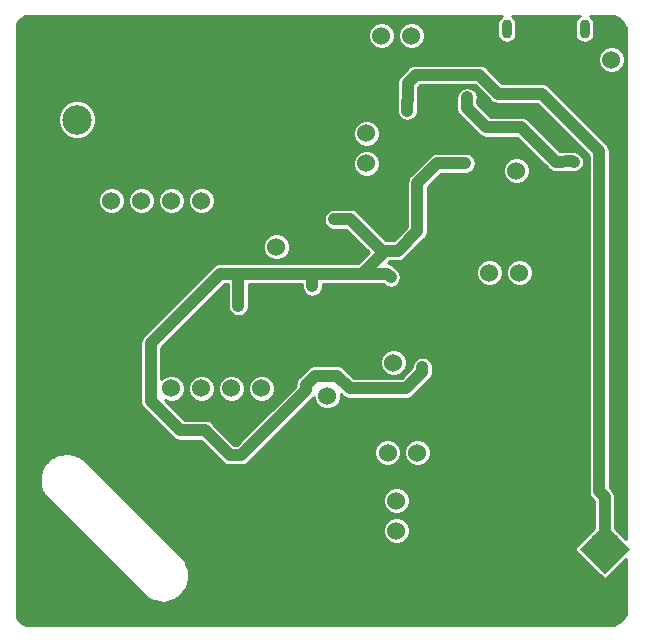
<source format=gbr>
G04 #@! TF.GenerationSoftware,KiCad,Pcbnew,(5.0.1-3-g963ef8bb5)*
G04 #@! TF.CreationDate,2019-03-08T12:42:58-05:00*
G04 #@! TF.ProjectId,badge,62616467652E6B696361645F70636200,rev?*
G04 #@! TF.SameCoordinates,Original*
G04 #@! TF.FileFunction,Copper,L2,Bot,Signal*
G04 #@! TF.FilePolarity,Positive*
%FSLAX46Y46*%
G04 Gerber Fmt 4.6, Leading zero omitted, Abs format (unit mm)*
G04 Created by KiCad (PCBNEW (5.0.1-3-g963ef8bb5)) date Friday, March 08, 2019 at 12:42:58 PM*
%MOMM*%
%LPD*%
G01*
G04 APERTURE LIST*
G04 #@! TA.AperFunction,ComponentPad*
%ADD10C,2.500000*%
G04 #@! TD*
G04 #@! TA.AperFunction,ComponentPad*
%ADD11C,3.000000*%
G04 #@! TD*
G04 #@! TA.AperFunction,Conductor*
%ADD12C,0.100000*%
G04 #@! TD*
G04 #@! TA.AperFunction,ComponentPad*
%ADD13C,1.524000*%
G04 #@! TD*
G04 #@! TA.AperFunction,ComponentPad*
%ADD14O,0.900000X1.600000*%
G04 #@! TD*
G04 #@! TA.AperFunction,ViaPad*
%ADD15C,0.609600*%
G04 #@! TD*
G04 #@! TA.AperFunction,Conductor*
%ADD16C,0.500000*%
G04 #@! TD*
G04 #@! TA.AperFunction,Conductor*
%ADD17C,1.000000*%
G04 #@! TD*
G04 #@! TA.AperFunction,Conductor*
%ADD18C,0.254000*%
G04 #@! TD*
G04 APERTURE END LIST*
D10*
G04 #@! TO.P,SP1,1*
G04 #@! TO.N,/BUZZER*
X134249233Y-76951767D03*
G04 #@! TO.P,SP1,2*
G04 #@! TO.N,GND*
X137784767Y-73416233D03*
G04 #@! TD*
D11*
G04 #@! TO.P,BH1,2*
G04 #@! TO.N,GND*
X174444882Y-117803523D03*
G04 #@! TO.P,BH1,1*
G04 #@! TO.N,Net-(BH1-Pad1)*
X178935010Y-113313395D03*
D12*
G04 #@! TD*
G04 #@! TO.N,Net-(BH1-Pad1)*
G04 #@! TO.C,BH1*
G36*
X181056330Y-113313395D02*
X178935010Y-115434715D01*
X176813690Y-113313395D01*
X178935010Y-111192075D01*
X181056330Y-113313395D01*
X181056330Y-113313395D01*
G37*
D13*
G04 #@! TO.P,SWCLK1,1*
G04 #@! TO.N,/SWCLK*
X162560000Y-69850000D03*
G04 #@! TD*
G04 #@! TO.P,SWDIO1,1*
G04 #@! TO.N,/SWDIO*
X160020000Y-69850000D03*
G04 #@! TD*
G04 #@! TO.P,3V3,1*
G04 #@! TO.N,+3V3*
X171450000Y-81280000D03*
G04 #@! TD*
G04 #@! TO.P,5V0,1*
G04 #@! TO.N,/USBVDD_5V*
X179501800Y-71882000D03*
G04 #@! TD*
G04 #@! TO.P,RST1,1*
G04 #@! TO.N,Net-(RST1-Pad1)*
X144780000Y-83820000D03*
G04 #@! TD*
G04 #@! TO.P,PA18,1*
G04 #@! TO.N,/PA18*
X171704000Y-89916000D03*
G04 #@! TD*
G04 #@! TO.P,PA17,1*
G04 #@! TO.N,/PA17*
X161036000Y-97536000D03*
G04 #@! TD*
G04 #@! TO.P,PA13,1*
G04 #@! TO.N,/PA13*
X163068000Y-105156000D03*
G04 #@! TD*
G04 #@! TO.P,PB3,1*
G04 #@! TO.N,/PB03*
X151130000Y-87731600D03*
G04 #@! TD*
G04 #@! TO.P,PA9,1*
G04 #@! TO.N,/PA09*
X161290000Y-109220000D03*
G04 #@! TD*
G04 #@! TO.P,PA8,1*
G04 #@! TO.N,/PA08*
X161290000Y-111760000D03*
G04 #@! TD*
G04 #@! TO.P,PA7,1*
G04 #@! TO.N,/PA07*
X149860000Y-99695000D03*
G04 #@! TD*
G04 #@! TO.P,PA6,1*
G04 #@! TO.N,/PA06*
X147320000Y-99695000D03*
G04 #@! TD*
G04 #@! TO.P,PA4,1*
G04 #@! TO.N,/PA04*
X144780000Y-99695000D03*
G04 #@! TD*
G04 #@! TO.P,PA3,1*
G04 #@! TO.N,/PA03*
X137160000Y-83820000D03*
G04 #@! TD*
G04 #@! TO.P,PA1,1*
G04 #@! TO.N,/PA01*
X139700000Y-83820000D03*
G04 #@! TD*
G04 #@! TO.P,PA0,1*
G04 #@! TO.N,/PA00*
X142240000Y-83820000D03*
G04 #@! TD*
G04 #@! TO.P,GND1,1*
G04 #@! TO.N,GND*
X147320000Y-83820000D03*
G04 #@! TD*
G04 #@! TO.P,PB9,1*
G04 #@! TO.N,/PB09*
X142240000Y-99695000D03*
G04 #@! TD*
G04 #@! TO.P,PB11,1*
G04 #@! TO.N,/PB11*
X155425000Y-100350000D03*
G04 #@! TD*
G04 #@! TO.P,PA12,1*
G04 #@! TO.N,/PA12*
X160553400Y-105156000D03*
G04 #@! TD*
G04 #@! TO.P,PA19,1*
G04 #@! TO.N,/PA19*
X169164000Y-89916000D03*
G04 #@! TD*
D14*
G04 #@! TO.P,J1,S5*
G04 #@! TO.N,Net-(J1-PadS5)*
X177220000Y-69264000D03*
G04 #@! TO.P,J1,S6*
G04 #@! TO.N,Net-(J1-PadS6)*
X170620000Y-69264000D03*
G04 #@! TD*
D13*
G04 #@! TO.P,TP7,1*
G04 #@! TO.N,Net-(TP7-Pad1)*
X158750000Y-78105000D03*
G04 #@! TD*
G04 #@! TO.P,TP8,1*
G04 #@! TO.N,Net-(TP8-Pad1)*
X158750000Y-80645000D03*
G04 #@! TD*
D15*
G04 #@! TO.N,GND*
X160706225Y-91481413D03*
X155425000Y-91500000D03*
X167132000Y-101269800D03*
X167157400Y-103378000D03*
X157073600Y-101396800D03*
X154686000Y-96901000D03*
X147472400Y-96189800D03*
X168910000Y-70040500D03*
X146939000Y-103251000D03*
X163499800Y-92989400D03*
X150774400Y-85394800D03*
X170230800Y-87477600D03*
X167436800Y-99339400D03*
X178689008Y-73533000D03*
X170713400Y-73202800D03*
X177927000Y-77470000D03*
X160933072Y-87054903D03*
X158185199Y-87813801D03*
X176860200Y-73126604D03*
X149047200Y-93050390D03*
G04 #@! TO.N,+3V3*
X154178000Y-91059000D03*
X151003000Y-102489000D03*
X164744400Y-80645000D03*
X163068000Y-84429600D03*
X146380200Y-89992200D03*
X145097500Y-103251000D03*
X160800000Y-90300000D03*
X147900000Y-92725000D03*
X163499800Y-97917000D03*
X165684200Y-80645000D03*
X166547800Y-80645000D03*
X156025345Y-85394800D03*
X153637417Y-99854583D03*
G04 #@! TO.N,Net-(SW1-Pad1)*
X167284400Y-75082400D03*
X167259000Y-75946000D03*
X175260000Y-80518000D03*
X176022000Y-80518000D03*
G04 #@! TO.N,Net-(BH1-Pad1)*
X162225000Y-75350000D03*
X162225000Y-76200000D03*
G04 #@! TD*
D16*
G04 #@! TO.N,GND*
X177164999Y-73431403D02*
X176860200Y-73126604D01*
X177901596Y-74168000D02*
X177164999Y-73431403D01*
X178816008Y-74168000D02*
X177901596Y-74168000D01*
D17*
G04 #@! TO.N,+3V3*
X163068000Y-82321400D02*
X164744400Y-80645000D01*
X163068000Y-84429600D02*
X163068000Y-82321400D01*
X154175000Y-90624948D02*
X154175000Y-89992200D01*
X154178000Y-90627948D02*
X154175000Y-90624948D01*
X154178000Y-91059000D02*
X154178000Y-90627948D01*
X158407800Y-89992200D02*
X154175000Y-89992200D01*
X158410801Y-89995201D02*
X158407800Y-89992200D01*
X160495201Y-89995201D02*
X158410801Y-89995201D01*
X160800000Y-90300000D02*
X160495201Y-89995201D01*
X147900000Y-92725000D02*
X147900000Y-90017200D01*
X147900000Y-90017200D02*
X147875000Y-89992200D01*
X147875000Y-89992200D02*
X146380200Y-89992200D01*
X154175000Y-89992200D02*
X147875000Y-89992200D01*
X151003000Y-102489000D02*
X148142000Y-105350000D01*
X147196500Y-105350000D02*
X145097500Y-103251000D01*
X148142000Y-105350000D02*
X147196500Y-105350000D01*
X160096200Y-88303800D02*
X158407800Y-89992200D01*
X164744400Y-80645000D02*
X165684200Y-80645000D01*
X166547800Y-80645000D02*
X167106600Y-80645000D01*
X165684200Y-80645000D02*
X166547800Y-80645000D01*
X161415377Y-88059704D02*
X160340296Y-88059704D01*
X163068000Y-84429600D02*
X163068000Y-86407081D01*
X160340296Y-88059704D02*
X160096200Y-88303800D01*
X163068000Y-86407081D02*
X161415377Y-88059704D01*
X151003000Y-102489000D02*
X151307799Y-102184201D01*
X151307799Y-102184201D02*
X153637417Y-99854583D01*
X163499800Y-98298000D02*
X163499800Y-97917000D01*
X162102800Y-99695000D02*
X163499800Y-98298000D01*
X154432748Y-98628200D02*
X156260800Y-98628200D01*
X157327600Y-99695000D02*
X162102800Y-99695000D01*
X153637417Y-99423531D02*
X154432748Y-98628200D01*
X156260800Y-98628200D02*
X157327600Y-99695000D01*
X153637417Y-99854583D02*
X153637417Y-99423531D01*
X140487400Y-100761800D02*
X140487400Y-95885000D01*
X143000600Y-103275000D02*
X140487400Y-100761800D01*
X145073500Y-103275000D02*
X143000600Y-103275000D01*
X140487400Y-95885000D02*
X146380200Y-89992200D01*
X145097500Y-103251000D02*
X145073500Y-103275000D01*
X157403800Y-85394800D02*
X156456397Y-85394800D01*
X156456397Y-85394800D02*
X156025345Y-85394800D01*
X160096200Y-88087200D02*
X157403800Y-85394800D01*
X160096200Y-88303800D02*
X160096200Y-88087200D01*
G04 #@! TO.N,Net-(SW1-Pad1)*
X174777400Y-80518000D02*
X171881800Y-77622400D01*
X171450748Y-77622400D02*
X171425348Y-77597000D01*
X171881800Y-77622400D02*
X171450748Y-77622400D01*
X171425348Y-77597000D02*
X168910000Y-77597000D01*
X168910000Y-77597000D02*
X167259000Y-75946000D01*
X167259000Y-75107800D02*
X167284400Y-75082400D01*
X167259000Y-75946000D02*
X167259000Y-75107800D01*
X176154910Y-80492095D02*
X174777400Y-80518000D01*
X176301400Y-80518000D02*
X176154910Y-80492095D01*
G04 #@! TO.N,Net-(BH1-Pad1)*
X162225000Y-76200000D02*
X162225000Y-75350000D01*
X162250000Y-75325000D02*
X162225000Y-75350000D01*
X162250000Y-73875000D02*
X162250000Y-75325000D01*
X168300000Y-73175000D02*
X162950000Y-73175000D01*
X169877200Y-74752200D02*
X168300000Y-73175000D01*
X178460400Y-79635400D02*
X173577200Y-74752200D01*
X173577200Y-74752200D02*
X169877200Y-74752200D01*
X178460400Y-108439950D02*
X178460400Y-79635400D01*
X162950000Y-73175000D02*
X162250000Y-73875000D01*
X178935010Y-108914560D02*
X178935010Y-113313395D01*
X178460400Y-108439950D02*
X178935010Y-108914560D01*
G04 #@! TD*
D18*
G04 #@! TO.N,GND*
G36*
X170020884Y-68314883D02*
X169837216Y-68589760D01*
X169789000Y-68832154D01*
X169789000Y-69695845D01*
X169837215Y-69938239D01*
X170020883Y-70213117D01*
X170295760Y-70396785D01*
X170620000Y-70461280D01*
X170944239Y-70396785D01*
X171219117Y-70213117D01*
X171402785Y-69938240D01*
X171451000Y-69695846D01*
X171451000Y-68832154D01*
X171402785Y-68589760D01*
X171219117Y-68314883D01*
X171045687Y-68199000D01*
X176794314Y-68199000D01*
X176620884Y-68314883D01*
X176437216Y-68589760D01*
X176389000Y-68832154D01*
X176389000Y-69695845D01*
X176437215Y-69938239D01*
X176620883Y-70213117D01*
X176895760Y-70396785D01*
X177220000Y-70461280D01*
X177544239Y-70396785D01*
X177819117Y-70213117D01*
X178002785Y-69938240D01*
X178051000Y-69695846D01*
X178051000Y-68832154D01*
X178002785Y-68589760D01*
X177819117Y-68314883D01*
X177645687Y-68199000D01*
X179731860Y-68199000D01*
X180011862Y-68367242D01*
X180454144Y-68785489D01*
X180721000Y-69178155D01*
X180721000Y-112428693D01*
X179816010Y-111523703D01*
X179816010Y-109001327D01*
X179833269Y-108914560D01*
X179764893Y-108570811D01*
X179735430Y-108526717D01*
X179570175Y-108279395D01*
X179496615Y-108230244D01*
X179341400Y-108075029D01*
X179341400Y-79722167D01*
X179358659Y-79635400D01*
X179290283Y-79291651D01*
X179144714Y-79073792D01*
X179095565Y-79000235D01*
X179022007Y-78951085D01*
X174261517Y-74190596D01*
X174212365Y-74117035D01*
X173920949Y-73922317D01*
X173663967Y-73871200D01*
X173663963Y-73871200D01*
X173577200Y-73853942D01*
X173490437Y-73871200D01*
X170242122Y-73871200D01*
X168984317Y-72613395D01*
X168935165Y-72539835D01*
X168643749Y-72345117D01*
X168386767Y-72294000D01*
X168386763Y-72294000D01*
X168300000Y-72276742D01*
X168213237Y-72294000D01*
X163036761Y-72294000D01*
X162949999Y-72276742D01*
X162863238Y-72294000D01*
X162863233Y-72294000D01*
X162606251Y-72345117D01*
X162314835Y-72539835D01*
X162265685Y-72613393D01*
X161688395Y-73190684D01*
X161614835Y-73239835D01*
X161420117Y-73531252D01*
X161369000Y-73788234D01*
X161369000Y-73788237D01*
X161351742Y-73875000D01*
X161369000Y-73961763D01*
X161369001Y-75137548D01*
X161344000Y-75263233D01*
X161344000Y-75263237D01*
X161326742Y-75350000D01*
X161344000Y-75436763D01*
X161344000Y-76286766D01*
X161395117Y-76543748D01*
X161589835Y-76835165D01*
X161881251Y-77029883D01*
X162225000Y-77098259D01*
X162568748Y-77029883D01*
X162860165Y-76835165D01*
X163054883Y-76543749D01*
X163106000Y-76286767D01*
X163106000Y-75537450D01*
X163131000Y-75411767D01*
X163131000Y-75411762D01*
X163148258Y-75325001D01*
X163131000Y-75238239D01*
X163131000Y-75107800D01*
X166360742Y-75107800D01*
X166378000Y-75194563D01*
X166378000Y-75859237D01*
X166360742Y-75946000D01*
X166378000Y-76032763D01*
X166378000Y-76032766D01*
X166429117Y-76289748D01*
X166623835Y-76581165D01*
X166697395Y-76630317D01*
X168225685Y-78158607D01*
X168274835Y-78232165D01*
X168424783Y-78332357D01*
X168566251Y-78426883D01*
X168910000Y-78495259D01*
X168996767Y-78478000D01*
X171236287Y-78478000D01*
X171363981Y-78503400D01*
X171363985Y-78503400D01*
X171450747Y-78520658D01*
X171520302Y-78506823D01*
X174098995Y-81085517D01*
X174154290Y-81164995D01*
X174294812Y-81255114D01*
X174433651Y-81347883D01*
X174442083Y-81349560D01*
X174449316Y-81354199D01*
X174613612Y-81383679D01*
X174777400Y-81416259D01*
X174872365Y-81397369D01*
X176085835Y-81374549D01*
X176233427Y-81400649D01*
X176495384Y-81395062D01*
X176816255Y-81254065D01*
X177058744Y-81001009D01*
X177185935Y-80674419D01*
X177178462Y-80324016D01*
X177037466Y-80003145D01*
X176784409Y-79760656D01*
X176540255Y-79665570D01*
X176309213Y-79624713D01*
X176225097Y-79609620D01*
X176223979Y-79609641D01*
X176222882Y-79609447D01*
X176137648Y-79611265D01*
X175135434Y-79630112D01*
X172566117Y-77060796D01*
X172516965Y-76987235D01*
X172225549Y-76792517D01*
X171968567Y-76741400D01*
X171968563Y-76741400D01*
X171881800Y-76724142D01*
X171795037Y-76741400D01*
X171639809Y-76741400D01*
X171512115Y-76716000D01*
X171512111Y-76716000D01*
X171425348Y-76698742D01*
X171338585Y-76716000D01*
X169274922Y-76716000D01*
X168140000Y-75581079D01*
X168140000Y-75296859D01*
X168182658Y-75082401D01*
X168114283Y-74738652D01*
X167919565Y-74447235D01*
X167628148Y-74252517D01*
X167284399Y-74184142D01*
X166940652Y-74252517D01*
X166722793Y-74398086D01*
X166697394Y-74423485D01*
X166623836Y-74472635D01*
X166574686Y-74546193D01*
X166429117Y-74764052D01*
X166404248Y-74889076D01*
X166378000Y-75021033D01*
X166378000Y-75021037D01*
X166360742Y-75107800D01*
X163131000Y-75107800D01*
X163131000Y-74239921D01*
X163314922Y-74056000D01*
X167935079Y-74056000D01*
X169192885Y-75313807D01*
X169242035Y-75387365D01*
X169315592Y-75436514D01*
X169533451Y-75582083D01*
X169877200Y-75650459D01*
X169963967Y-75633200D01*
X173212279Y-75633200D01*
X177579401Y-80000323D01*
X177579400Y-108353187D01*
X177562142Y-108439950D01*
X177579400Y-108526713D01*
X177579400Y-108526716D01*
X177630517Y-108783698D01*
X177825235Y-109075115D01*
X177898796Y-109124267D01*
X178054010Y-109279481D01*
X178054011Y-111523702D01*
X176539004Y-113038709D01*
X176454796Y-113164736D01*
X176425226Y-113313395D01*
X176454796Y-113462054D01*
X176539004Y-113588081D01*
X178660324Y-115709401D01*
X178786351Y-115793609D01*
X178935010Y-115823179D01*
X179083669Y-115793609D01*
X179209696Y-115709401D01*
X180721000Y-114198097D01*
X180721000Y-118771858D01*
X180552755Y-119051865D01*
X180134514Y-119494143D01*
X179741846Y-119761000D01*
X129894142Y-119761000D01*
X129614135Y-119592755D01*
X129171857Y-119174514D01*
X129159000Y-119155595D01*
X129159000Y-107263795D01*
X131084168Y-107263795D01*
X131105134Y-107797430D01*
X131111520Y-107830904D01*
X131112590Y-107864963D01*
X131131934Y-107937920D01*
X131308884Y-108441799D01*
X131324829Y-108471914D01*
X131335867Y-108504153D01*
X131375808Y-108568197D01*
X131686354Y-108988643D01*
X131706384Y-109018620D01*
X139901379Y-117213616D01*
X139917193Y-117224183D01*
X140109923Y-117388790D01*
X140124439Y-117397843D01*
X140136536Y-117409940D01*
X140200580Y-117449881D01*
X140674500Y-117696062D01*
X140706738Y-117707099D01*
X140736854Y-117723045D01*
X140809811Y-117742389D01*
X141335168Y-117838337D01*
X141369228Y-117839408D01*
X141402702Y-117845793D01*
X141478121Y-117842830D01*
X142008465Y-117780059D01*
X142041332Y-117771067D01*
X142075204Y-117767328D01*
X142146418Y-117742319D01*
X142634861Y-117526381D01*
X142663633Y-117508122D01*
X142694907Y-117494588D01*
X142755620Y-117449745D01*
X143158975Y-117099731D01*
X143181106Y-117073819D01*
X143207018Y-117051688D01*
X143251861Y-116990976D01*
X143534466Y-116537832D01*
X143547999Y-116506558D01*
X143566259Y-116477786D01*
X143591268Y-116406572D01*
X143728138Y-115890363D01*
X143731877Y-115856492D01*
X143740869Y-115823624D01*
X143743832Y-115748205D01*
X143722866Y-115214571D01*
X143716481Y-115181097D01*
X143715410Y-115147037D01*
X143696066Y-115074080D01*
X143519116Y-114570201D01*
X143503172Y-114540088D01*
X143492133Y-114507846D01*
X143452192Y-114443803D01*
X143141653Y-114023366D01*
X143121616Y-113993379D01*
X140660880Y-111532643D01*
X160147000Y-111532643D01*
X160147000Y-111987357D01*
X160321011Y-112407458D01*
X160642542Y-112728989D01*
X161062643Y-112903000D01*
X161517357Y-112903000D01*
X161937458Y-112728989D01*
X162258989Y-112407458D01*
X162433000Y-111987357D01*
X162433000Y-111532643D01*
X162258989Y-111112542D01*
X161937458Y-110791011D01*
X161517357Y-110617000D01*
X161062643Y-110617000D01*
X160642542Y-110791011D01*
X160321011Y-111112542D01*
X160147000Y-111532643D01*
X140660880Y-111532643D01*
X138120880Y-108992643D01*
X160147000Y-108992643D01*
X160147000Y-109447357D01*
X160321011Y-109867458D01*
X160642542Y-110188989D01*
X161062643Y-110363000D01*
X161517357Y-110363000D01*
X161937458Y-110188989D01*
X162258989Y-109867458D01*
X162433000Y-109447357D01*
X162433000Y-108992643D01*
X162258989Y-108572542D01*
X161937458Y-108251011D01*
X161517357Y-108077000D01*
X161062643Y-108077000D01*
X160642542Y-108251011D01*
X160321011Y-108572542D01*
X160147000Y-108992643D01*
X138120880Y-108992643D01*
X134926620Y-105798384D01*
X134910810Y-105787820D01*
X134718077Y-105623210D01*
X134703561Y-105614157D01*
X134691464Y-105602060D01*
X134627420Y-105562119D01*
X134153500Y-105315938D01*
X134121262Y-105304901D01*
X134091146Y-105288955D01*
X134018190Y-105269611D01*
X133492832Y-105173663D01*
X133458773Y-105172593D01*
X133425299Y-105166207D01*
X133349879Y-105169170D01*
X132819535Y-105231941D01*
X132786668Y-105240933D01*
X132752797Y-105244672D01*
X132681582Y-105269681D01*
X132193139Y-105485619D01*
X132164366Y-105503879D01*
X132133093Y-105517412D01*
X132072380Y-105562255D01*
X131669025Y-105912269D01*
X131646894Y-105938181D01*
X131620982Y-105960312D01*
X131576139Y-106021024D01*
X131293533Y-106474168D01*
X131279999Y-106505445D01*
X131261741Y-106534214D01*
X131236732Y-106605428D01*
X131099862Y-107121637D01*
X131096123Y-107155508D01*
X131087131Y-107188376D01*
X131084168Y-107263795D01*
X129159000Y-107263795D01*
X129159000Y-95885000D01*
X139589142Y-95885000D01*
X139606401Y-95971768D01*
X139606400Y-100675037D01*
X139589142Y-100761800D01*
X139606400Y-100848563D01*
X139606400Y-100848566D01*
X139657517Y-101105548D01*
X139852235Y-101396965D01*
X139925796Y-101446117D01*
X142316285Y-103836607D01*
X142365435Y-103910165D01*
X142656851Y-104104883D01*
X143000600Y-104173259D01*
X143087367Y-104156000D01*
X144756579Y-104156000D01*
X146512185Y-105911607D01*
X146561335Y-105985165D01*
X146852751Y-106179883D01*
X147109733Y-106231000D01*
X147109738Y-106231000D01*
X147196499Y-106248258D01*
X147283261Y-106231000D01*
X148055237Y-106231000D01*
X148142000Y-106248258D01*
X148228763Y-106231000D01*
X148228767Y-106231000D01*
X148485749Y-106179883D01*
X148777165Y-105985165D01*
X148826317Y-105911604D01*
X149809278Y-104928643D01*
X159410400Y-104928643D01*
X159410400Y-105383357D01*
X159584411Y-105803458D01*
X159905942Y-106124989D01*
X160326043Y-106299000D01*
X160780757Y-106299000D01*
X161200858Y-106124989D01*
X161522389Y-105803458D01*
X161696400Y-105383357D01*
X161696400Y-104928643D01*
X161925000Y-104928643D01*
X161925000Y-105383357D01*
X162099011Y-105803458D01*
X162420542Y-106124989D01*
X162840643Y-106299000D01*
X163295357Y-106299000D01*
X163715458Y-106124989D01*
X164036989Y-105803458D01*
X164211000Y-105383357D01*
X164211000Y-104928643D01*
X164036989Y-104508542D01*
X163715458Y-104187011D01*
X163295357Y-104013000D01*
X162840643Y-104013000D01*
X162420542Y-104187011D01*
X162099011Y-104508542D01*
X161925000Y-104928643D01*
X161696400Y-104928643D01*
X161522389Y-104508542D01*
X161200858Y-104187011D01*
X160780757Y-104013000D01*
X160326043Y-104013000D01*
X159905942Y-104187011D01*
X159584411Y-104508542D01*
X159410400Y-104928643D01*
X149809278Y-104928643D01*
X151687314Y-103050608D01*
X151687316Y-103050605D01*
X151992113Y-102745808D01*
X154199025Y-100538897D01*
X154272582Y-100489748D01*
X154282000Y-100475653D01*
X154282000Y-100577357D01*
X154456011Y-100997458D01*
X154777542Y-101318989D01*
X155197643Y-101493000D01*
X155652357Y-101493000D01*
X156072458Y-101318989D01*
X156393989Y-100997458D01*
X156568000Y-100577357D01*
X156568000Y-100181322D01*
X156643285Y-100256607D01*
X156692435Y-100330165D01*
X156983851Y-100524883D01*
X157240833Y-100576000D01*
X157240836Y-100576000D01*
X157327599Y-100593258D01*
X157414362Y-100576000D01*
X162016037Y-100576000D01*
X162102800Y-100593258D01*
X162189563Y-100576000D01*
X162189567Y-100576000D01*
X162446549Y-100524883D01*
X162737965Y-100330165D01*
X162787117Y-100256605D01*
X164061408Y-98982314D01*
X164134965Y-98933165D01*
X164329683Y-98641749D01*
X164380800Y-98384767D01*
X164380800Y-98384762D01*
X164398058Y-98298001D01*
X164380800Y-98211239D01*
X164380800Y-97830234D01*
X164329683Y-97573251D01*
X164134965Y-97281835D01*
X163843549Y-97087117D01*
X163499800Y-97018741D01*
X163156052Y-97087117D01*
X162864636Y-97281835D01*
X162669917Y-97573251D01*
X162618800Y-97830233D01*
X162618800Y-97933078D01*
X161737879Y-98814000D01*
X157692522Y-98814000D01*
X156945116Y-98066595D01*
X156895965Y-97993035D01*
X156604549Y-97798317D01*
X156347567Y-97747200D01*
X156347563Y-97747200D01*
X156260800Y-97729942D01*
X156174037Y-97747200D01*
X154519515Y-97747200D01*
X154432748Y-97729941D01*
X154345981Y-97747200D01*
X154088999Y-97798317D01*
X153797583Y-97993035D01*
X153748433Y-98066593D01*
X153075810Y-98739217D01*
X153002253Y-98788366D01*
X152807534Y-99079782D01*
X152756417Y-99336764D01*
X152756417Y-99336768D01*
X152739159Y-99423531D01*
X152752994Y-99493084D01*
X150746192Y-101499887D01*
X150441395Y-101804684D01*
X150441392Y-101804686D01*
X147777079Y-104469000D01*
X147561422Y-104469000D01*
X145781812Y-102689391D01*
X145732664Y-102615836D01*
X145659109Y-102566688D01*
X145659107Y-102566686D01*
X145441248Y-102421117D01*
X145097500Y-102352742D01*
X145097499Y-102352742D01*
X144890079Y-102394000D01*
X143365522Y-102394000D01*
X141665893Y-100694372D01*
X142012643Y-100838000D01*
X142467357Y-100838000D01*
X142887458Y-100663989D01*
X143208989Y-100342458D01*
X143383000Y-99922357D01*
X143383000Y-99467643D01*
X143637000Y-99467643D01*
X143637000Y-99922357D01*
X143811011Y-100342458D01*
X144132542Y-100663989D01*
X144552643Y-100838000D01*
X145007357Y-100838000D01*
X145427458Y-100663989D01*
X145748989Y-100342458D01*
X145923000Y-99922357D01*
X145923000Y-99467643D01*
X146177000Y-99467643D01*
X146177000Y-99922357D01*
X146351011Y-100342458D01*
X146672542Y-100663989D01*
X147092643Y-100838000D01*
X147547357Y-100838000D01*
X147967458Y-100663989D01*
X148288989Y-100342458D01*
X148463000Y-99922357D01*
X148463000Y-99467643D01*
X148717000Y-99467643D01*
X148717000Y-99922357D01*
X148891011Y-100342458D01*
X149212542Y-100663989D01*
X149632643Y-100838000D01*
X150087357Y-100838000D01*
X150507458Y-100663989D01*
X150828989Y-100342458D01*
X151003000Y-99922357D01*
X151003000Y-99467643D01*
X150828989Y-99047542D01*
X150507458Y-98726011D01*
X150087357Y-98552000D01*
X149632643Y-98552000D01*
X149212542Y-98726011D01*
X148891011Y-99047542D01*
X148717000Y-99467643D01*
X148463000Y-99467643D01*
X148288989Y-99047542D01*
X147967458Y-98726011D01*
X147547357Y-98552000D01*
X147092643Y-98552000D01*
X146672542Y-98726011D01*
X146351011Y-99047542D01*
X146177000Y-99467643D01*
X145923000Y-99467643D01*
X145748989Y-99047542D01*
X145427458Y-98726011D01*
X145007357Y-98552000D01*
X144552643Y-98552000D01*
X144132542Y-98726011D01*
X143811011Y-99047542D01*
X143637000Y-99467643D01*
X143383000Y-99467643D01*
X143208989Y-99047542D01*
X142887458Y-98726011D01*
X142467357Y-98552000D01*
X142012643Y-98552000D01*
X141592542Y-98726011D01*
X141368400Y-98950153D01*
X141368400Y-97308643D01*
X159893000Y-97308643D01*
X159893000Y-97763357D01*
X160067011Y-98183458D01*
X160388542Y-98504989D01*
X160808643Y-98679000D01*
X161263357Y-98679000D01*
X161683458Y-98504989D01*
X162004989Y-98183458D01*
X162179000Y-97763357D01*
X162179000Y-97308643D01*
X162004989Y-96888542D01*
X161683458Y-96567011D01*
X161263357Y-96393000D01*
X160808643Y-96393000D01*
X160388542Y-96567011D01*
X160067011Y-96888542D01*
X159893000Y-97308643D01*
X141368400Y-97308643D01*
X141368400Y-96249921D01*
X146745122Y-90873200D01*
X147019001Y-90873200D01*
X147019000Y-92811766D01*
X147070117Y-93068748D01*
X147264835Y-93360165D01*
X147556251Y-93554883D01*
X147900000Y-93623259D01*
X148243748Y-93554883D01*
X148535165Y-93360165D01*
X148729883Y-93068749D01*
X148781000Y-92811767D01*
X148781000Y-90873200D01*
X153297000Y-90873200D01*
X153297000Y-91145766D01*
X153348117Y-91402748D01*
X153542835Y-91694165D01*
X153834251Y-91888883D01*
X154178000Y-91957259D01*
X154521748Y-91888883D01*
X154813165Y-91694165D01*
X155007883Y-91402749D01*
X155059000Y-91145767D01*
X155059000Y-90873200D01*
X158308947Y-90873200D01*
X158324034Y-90876201D01*
X158324038Y-90876201D01*
X158410800Y-90893459D01*
X158497563Y-90876201D01*
X160130280Y-90876201D01*
X160238393Y-90984314D01*
X160456252Y-91129883D01*
X160800000Y-91198259D01*
X161143748Y-91129883D01*
X161435165Y-90935165D01*
X161629883Y-90643748D01*
X161698259Y-90300000D01*
X161629883Y-89956252D01*
X161484314Y-89738393D01*
X161434564Y-89688643D01*
X168021000Y-89688643D01*
X168021000Y-90143357D01*
X168195011Y-90563458D01*
X168516542Y-90884989D01*
X168936643Y-91059000D01*
X169391357Y-91059000D01*
X169811458Y-90884989D01*
X170132989Y-90563458D01*
X170307000Y-90143357D01*
X170307000Y-89688643D01*
X170561000Y-89688643D01*
X170561000Y-90143357D01*
X170735011Y-90563458D01*
X171056542Y-90884989D01*
X171476643Y-91059000D01*
X171931357Y-91059000D01*
X172351458Y-90884989D01*
X172672989Y-90563458D01*
X172847000Y-90143357D01*
X172847000Y-89688643D01*
X172672989Y-89268542D01*
X172351458Y-88947011D01*
X171931357Y-88773000D01*
X171476643Y-88773000D01*
X171056542Y-88947011D01*
X170735011Y-89268542D01*
X170561000Y-89688643D01*
X170307000Y-89688643D01*
X170132989Y-89268542D01*
X169811458Y-88947011D01*
X169391357Y-88773000D01*
X168936643Y-88773000D01*
X168516542Y-88947011D01*
X168195011Y-89268542D01*
X168021000Y-89688643D01*
X161434564Y-89688643D01*
X161179518Y-89433597D01*
X161130366Y-89360036D01*
X160838950Y-89165318D01*
X160581968Y-89114201D01*
X160581964Y-89114201D01*
X160540057Y-89105865D01*
X160657808Y-88988114D01*
X160728762Y-88940704D01*
X161328614Y-88940704D01*
X161415377Y-88957962D01*
X161502140Y-88940704D01*
X161502144Y-88940704D01*
X161759126Y-88889587D01*
X162050542Y-88694869D01*
X162099694Y-88621309D01*
X163629607Y-87091396D01*
X163703165Y-87042246D01*
X163897883Y-86750830D01*
X163949000Y-86493848D01*
X163966259Y-86407081D01*
X163949000Y-86320314D01*
X163949000Y-82686321D01*
X165109322Y-81526000D01*
X167193367Y-81526000D01*
X167450349Y-81474883D01*
X167741765Y-81280165D01*
X167893790Y-81052643D01*
X170307000Y-81052643D01*
X170307000Y-81507357D01*
X170481011Y-81927458D01*
X170802542Y-82248989D01*
X171222643Y-82423000D01*
X171677357Y-82423000D01*
X172097458Y-82248989D01*
X172418989Y-81927458D01*
X172593000Y-81507357D01*
X172593000Y-81052643D01*
X172418989Y-80632542D01*
X172097458Y-80311011D01*
X171677357Y-80137000D01*
X171222643Y-80137000D01*
X170802542Y-80311011D01*
X170481011Y-80632542D01*
X170307000Y-81052643D01*
X167893790Y-81052643D01*
X167936483Y-80988749D01*
X168004859Y-80645000D01*
X167936483Y-80301251D01*
X167741765Y-80009835D01*
X167450349Y-79815117D01*
X167193367Y-79764000D01*
X164831167Y-79764000D01*
X164744400Y-79746741D01*
X164657633Y-79764000D01*
X164400651Y-79815117D01*
X164109235Y-80009835D01*
X164060085Y-80083393D01*
X162506393Y-81637085D01*
X162432836Y-81686235D01*
X162383686Y-81759793D01*
X162238117Y-81977652D01*
X162169742Y-82321400D01*
X162187001Y-82408167D01*
X162187000Y-84342833D01*
X162187000Y-84342834D01*
X162187001Y-86042158D01*
X161050456Y-87178704D01*
X160433626Y-87178704D01*
X158088117Y-84833196D01*
X158038965Y-84759635D01*
X157747549Y-84564917D01*
X157490567Y-84513800D01*
X157490563Y-84513800D01*
X157403800Y-84496542D01*
X157317037Y-84513800D01*
X155938578Y-84513800D01*
X155681596Y-84564917D01*
X155390180Y-84759635D01*
X155195462Y-85051051D01*
X155127086Y-85394800D01*
X155195462Y-85738549D01*
X155390180Y-86029965D01*
X155681596Y-86224683D01*
X155938578Y-86275800D01*
X157038879Y-86275800D01*
X158958578Y-88195500D01*
X158042879Y-89111200D01*
X154261767Y-89111200D01*
X154175000Y-89093941D01*
X154088233Y-89111200D01*
X147961763Y-89111200D01*
X147875000Y-89093942D01*
X147788237Y-89111200D01*
X146466967Y-89111200D01*
X146380200Y-89093941D01*
X146293433Y-89111200D01*
X146036451Y-89162317D01*
X145745035Y-89357035D01*
X145695885Y-89430593D01*
X139925794Y-95200685D01*
X139852236Y-95249835D01*
X139803086Y-95323393D01*
X139657517Y-95541252D01*
X139589142Y-95885000D01*
X129159000Y-95885000D01*
X129159000Y-87504243D01*
X149987000Y-87504243D01*
X149987000Y-87958957D01*
X150161011Y-88379058D01*
X150482542Y-88700589D01*
X150902643Y-88874600D01*
X151357357Y-88874600D01*
X151777458Y-88700589D01*
X152098989Y-88379058D01*
X152273000Y-87958957D01*
X152273000Y-87504243D01*
X152098989Y-87084142D01*
X151777458Y-86762611D01*
X151357357Y-86588600D01*
X150902643Y-86588600D01*
X150482542Y-86762611D01*
X150161011Y-87084142D01*
X149987000Y-87504243D01*
X129159000Y-87504243D01*
X129159000Y-83592643D01*
X136017000Y-83592643D01*
X136017000Y-84047357D01*
X136191011Y-84467458D01*
X136512542Y-84788989D01*
X136932643Y-84963000D01*
X137387357Y-84963000D01*
X137807458Y-84788989D01*
X138128989Y-84467458D01*
X138303000Y-84047357D01*
X138303000Y-83592643D01*
X138557000Y-83592643D01*
X138557000Y-84047357D01*
X138731011Y-84467458D01*
X139052542Y-84788989D01*
X139472643Y-84963000D01*
X139927357Y-84963000D01*
X140347458Y-84788989D01*
X140668989Y-84467458D01*
X140843000Y-84047357D01*
X140843000Y-83592643D01*
X141097000Y-83592643D01*
X141097000Y-84047357D01*
X141271011Y-84467458D01*
X141592542Y-84788989D01*
X142012643Y-84963000D01*
X142467357Y-84963000D01*
X142887458Y-84788989D01*
X143208989Y-84467458D01*
X143383000Y-84047357D01*
X143383000Y-83592643D01*
X143637000Y-83592643D01*
X143637000Y-84047357D01*
X143811011Y-84467458D01*
X144132542Y-84788989D01*
X144552643Y-84963000D01*
X145007357Y-84963000D01*
X145427458Y-84788989D01*
X145748989Y-84467458D01*
X145923000Y-84047357D01*
X145923000Y-83592643D01*
X145748989Y-83172542D01*
X145427458Y-82851011D01*
X145007357Y-82677000D01*
X144552643Y-82677000D01*
X144132542Y-82851011D01*
X143811011Y-83172542D01*
X143637000Y-83592643D01*
X143383000Y-83592643D01*
X143208989Y-83172542D01*
X142887458Y-82851011D01*
X142467357Y-82677000D01*
X142012643Y-82677000D01*
X141592542Y-82851011D01*
X141271011Y-83172542D01*
X141097000Y-83592643D01*
X140843000Y-83592643D01*
X140668989Y-83172542D01*
X140347458Y-82851011D01*
X139927357Y-82677000D01*
X139472643Y-82677000D01*
X139052542Y-82851011D01*
X138731011Y-83172542D01*
X138557000Y-83592643D01*
X138303000Y-83592643D01*
X138128989Y-83172542D01*
X137807458Y-82851011D01*
X137387357Y-82677000D01*
X136932643Y-82677000D01*
X136512542Y-82851011D01*
X136191011Y-83172542D01*
X136017000Y-83592643D01*
X129159000Y-83592643D01*
X129159000Y-80417643D01*
X157607000Y-80417643D01*
X157607000Y-80872357D01*
X157781011Y-81292458D01*
X158102542Y-81613989D01*
X158522643Y-81788000D01*
X158977357Y-81788000D01*
X159397458Y-81613989D01*
X159718989Y-81292458D01*
X159893000Y-80872357D01*
X159893000Y-80417643D01*
X159718989Y-79997542D01*
X159397458Y-79676011D01*
X158977357Y-79502000D01*
X158522643Y-79502000D01*
X158102542Y-79676011D01*
X157781011Y-79997542D01*
X157607000Y-80417643D01*
X129159000Y-80417643D01*
X129159000Y-76627341D01*
X132618233Y-76627341D01*
X132618233Y-77276193D01*
X132866538Y-77875654D01*
X133325346Y-78334462D01*
X133924807Y-78582767D01*
X134573659Y-78582767D01*
X135173120Y-78334462D01*
X135629939Y-77877643D01*
X157607000Y-77877643D01*
X157607000Y-78332357D01*
X157781011Y-78752458D01*
X158102542Y-79073989D01*
X158522643Y-79248000D01*
X158977357Y-79248000D01*
X159397458Y-79073989D01*
X159718989Y-78752458D01*
X159893000Y-78332357D01*
X159893000Y-77877643D01*
X159718989Y-77457542D01*
X159397458Y-77136011D01*
X158977357Y-76962000D01*
X158522643Y-76962000D01*
X158102542Y-77136011D01*
X157781011Y-77457542D01*
X157607000Y-77877643D01*
X135629939Y-77877643D01*
X135631928Y-77875654D01*
X135880233Y-77276193D01*
X135880233Y-76627341D01*
X135631928Y-76027880D01*
X135173120Y-75569072D01*
X134573659Y-75320767D01*
X133924807Y-75320767D01*
X133325346Y-75569072D01*
X132866538Y-76027880D01*
X132618233Y-76627341D01*
X129159000Y-76627341D01*
X129159000Y-71654643D01*
X178358800Y-71654643D01*
X178358800Y-72109357D01*
X178532811Y-72529458D01*
X178854342Y-72850989D01*
X179274443Y-73025000D01*
X179729157Y-73025000D01*
X180149258Y-72850989D01*
X180470789Y-72529458D01*
X180644800Y-72109357D01*
X180644800Y-71654643D01*
X180470789Y-71234542D01*
X180149258Y-70913011D01*
X179729157Y-70739000D01*
X179274443Y-70739000D01*
X178854342Y-70913011D01*
X178532811Y-71234542D01*
X178358800Y-71654643D01*
X129159000Y-71654643D01*
X129159000Y-69622643D01*
X158877000Y-69622643D01*
X158877000Y-70077357D01*
X159051011Y-70497458D01*
X159372542Y-70818989D01*
X159792643Y-70993000D01*
X160247357Y-70993000D01*
X160667458Y-70818989D01*
X160988989Y-70497458D01*
X161163000Y-70077357D01*
X161163000Y-69622643D01*
X161417000Y-69622643D01*
X161417000Y-70077357D01*
X161591011Y-70497458D01*
X161912542Y-70818989D01*
X162332643Y-70993000D01*
X162787357Y-70993000D01*
X163207458Y-70818989D01*
X163528989Y-70497458D01*
X163703000Y-70077357D01*
X163703000Y-69622643D01*
X163528989Y-69202542D01*
X163207458Y-68881011D01*
X162787357Y-68707000D01*
X162332643Y-68707000D01*
X161912542Y-68881011D01*
X161591011Y-69202542D01*
X161417000Y-69622643D01*
X161163000Y-69622643D01*
X160988989Y-69202542D01*
X160667458Y-68881011D01*
X160247357Y-68707000D01*
X159792643Y-68707000D01*
X159372542Y-68881011D01*
X159051011Y-69202542D01*
X158877000Y-69622643D01*
X129159000Y-69622643D01*
X129159000Y-68817452D01*
X129491489Y-68465856D01*
X129884155Y-68199000D01*
X170194314Y-68199000D01*
X170020884Y-68314883D01*
X170020884Y-68314883D01*
G37*
X170020884Y-68314883D02*
X169837216Y-68589760D01*
X169789000Y-68832154D01*
X169789000Y-69695845D01*
X169837215Y-69938239D01*
X170020883Y-70213117D01*
X170295760Y-70396785D01*
X170620000Y-70461280D01*
X170944239Y-70396785D01*
X171219117Y-70213117D01*
X171402785Y-69938240D01*
X171451000Y-69695846D01*
X171451000Y-68832154D01*
X171402785Y-68589760D01*
X171219117Y-68314883D01*
X171045687Y-68199000D01*
X176794314Y-68199000D01*
X176620884Y-68314883D01*
X176437216Y-68589760D01*
X176389000Y-68832154D01*
X176389000Y-69695845D01*
X176437215Y-69938239D01*
X176620883Y-70213117D01*
X176895760Y-70396785D01*
X177220000Y-70461280D01*
X177544239Y-70396785D01*
X177819117Y-70213117D01*
X178002785Y-69938240D01*
X178051000Y-69695846D01*
X178051000Y-68832154D01*
X178002785Y-68589760D01*
X177819117Y-68314883D01*
X177645687Y-68199000D01*
X179731860Y-68199000D01*
X180011862Y-68367242D01*
X180454144Y-68785489D01*
X180721000Y-69178155D01*
X180721000Y-112428693D01*
X179816010Y-111523703D01*
X179816010Y-109001327D01*
X179833269Y-108914560D01*
X179764893Y-108570811D01*
X179735430Y-108526717D01*
X179570175Y-108279395D01*
X179496615Y-108230244D01*
X179341400Y-108075029D01*
X179341400Y-79722167D01*
X179358659Y-79635400D01*
X179290283Y-79291651D01*
X179144714Y-79073792D01*
X179095565Y-79000235D01*
X179022007Y-78951085D01*
X174261517Y-74190596D01*
X174212365Y-74117035D01*
X173920949Y-73922317D01*
X173663967Y-73871200D01*
X173663963Y-73871200D01*
X173577200Y-73853942D01*
X173490437Y-73871200D01*
X170242122Y-73871200D01*
X168984317Y-72613395D01*
X168935165Y-72539835D01*
X168643749Y-72345117D01*
X168386767Y-72294000D01*
X168386763Y-72294000D01*
X168300000Y-72276742D01*
X168213237Y-72294000D01*
X163036761Y-72294000D01*
X162949999Y-72276742D01*
X162863238Y-72294000D01*
X162863233Y-72294000D01*
X162606251Y-72345117D01*
X162314835Y-72539835D01*
X162265685Y-72613393D01*
X161688395Y-73190684D01*
X161614835Y-73239835D01*
X161420117Y-73531252D01*
X161369000Y-73788234D01*
X161369000Y-73788237D01*
X161351742Y-73875000D01*
X161369000Y-73961763D01*
X161369001Y-75137548D01*
X161344000Y-75263233D01*
X161344000Y-75263237D01*
X161326742Y-75350000D01*
X161344000Y-75436763D01*
X161344000Y-76286766D01*
X161395117Y-76543748D01*
X161589835Y-76835165D01*
X161881251Y-77029883D01*
X162225000Y-77098259D01*
X162568748Y-77029883D01*
X162860165Y-76835165D01*
X163054883Y-76543749D01*
X163106000Y-76286767D01*
X163106000Y-75537450D01*
X163131000Y-75411767D01*
X163131000Y-75411762D01*
X163148258Y-75325001D01*
X163131000Y-75238239D01*
X163131000Y-75107800D01*
X166360742Y-75107800D01*
X166378000Y-75194563D01*
X166378000Y-75859237D01*
X166360742Y-75946000D01*
X166378000Y-76032763D01*
X166378000Y-76032766D01*
X166429117Y-76289748D01*
X166623835Y-76581165D01*
X166697395Y-76630317D01*
X168225685Y-78158607D01*
X168274835Y-78232165D01*
X168424783Y-78332357D01*
X168566251Y-78426883D01*
X168910000Y-78495259D01*
X168996767Y-78478000D01*
X171236287Y-78478000D01*
X171363981Y-78503400D01*
X171363985Y-78503400D01*
X171450747Y-78520658D01*
X171520302Y-78506823D01*
X174098995Y-81085517D01*
X174154290Y-81164995D01*
X174294812Y-81255114D01*
X174433651Y-81347883D01*
X174442083Y-81349560D01*
X174449316Y-81354199D01*
X174613612Y-81383679D01*
X174777400Y-81416259D01*
X174872365Y-81397369D01*
X176085835Y-81374549D01*
X176233427Y-81400649D01*
X176495384Y-81395062D01*
X176816255Y-81254065D01*
X177058744Y-81001009D01*
X177185935Y-80674419D01*
X177178462Y-80324016D01*
X177037466Y-80003145D01*
X176784409Y-79760656D01*
X176540255Y-79665570D01*
X176309213Y-79624713D01*
X176225097Y-79609620D01*
X176223979Y-79609641D01*
X176222882Y-79609447D01*
X176137648Y-79611265D01*
X175135434Y-79630112D01*
X172566117Y-77060796D01*
X172516965Y-76987235D01*
X172225549Y-76792517D01*
X171968567Y-76741400D01*
X171968563Y-76741400D01*
X171881800Y-76724142D01*
X171795037Y-76741400D01*
X171639809Y-76741400D01*
X171512115Y-76716000D01*
X171512111Y-76716000D01*
X171425348Y-76698742D01*
X171338585Y-76716000D01*
X169274922Y-76716000D01*
X168140000Y-75581079D01*
X168140000Y-75296859D01*
X168182658Y-75082401D01*
X168114283Y-74738652D01*
X167919565Y-74447235D01*
X167628148Y-74252517D01*
X167284399Y-74184142D01*
X166940652Y-74252517D01*
X166722793Y-74398086D01*
X166697394Y-74423485D01*
X166623836Y-74472635D01*
X166574686Y-74546193D01*
X166429117Y-74764052D01*
X166404248Y-74889076D01*
X166378000Y-75021033D01*
X166378000Y-75021037D01*
X166360742Y-75107800D01*
X163131000Y-75107800D01*
X163131000Y-74239921D01*
X163314922Y-74056000D01*
X167935079Y-74056000D01*
X169192885Y-75313807D01*
X169242035Y-75387365D01*
X169315592Y-75436514D01*
X169533451Y-75582083D01*
X169877200Y-75650459D01*
X169963967Y-75633200D01*
X173212279Y-75633200D01*
X177579401Y-80000323D01*
X177579400Y-108353187D01*
X177562142Y-108439950D01*
X177579400Y-108526713D01*
X177579400Y-108526716D01*
X177630517Y-108783698D01*
X177825235Y-109075115D01*
X177898796Y-109124267D01*
X178054010Y-109279481D01*
X178054011Y-111523702D01*
X176539004Y-113038709D01*
X176454796Y-113164736D01*
X176425226Y-113313395D01*
X176454796Y-113462054D01*
X176539004Y-113588081D01*
X178660324Y-115709401D01*
X178786351Y-115793609D01*
X178935010Y-115823179D01*
X179083669Y-115793609D01*
X179209696Y-115709401D01*
X180721000Y-114198097D01*
X180721000Y-118771858D01*
X180552755Y-119051865D01*
X180134514Y-119494143D01*
X179741846Y-119761000D01*
X129894142Y-119761000D01*
X129614135Y-119592755D01*
X129171857Y-119174514D01*
X129159000Y-119155595D01*
X129159000Y-107263795D01*
X131084168Y-107263795D01*
X131105134Y-107797430D01*
X131111520Y-107830904D01*
X131112590Y-107864963D01*
X131131934Y-107937920D01*
X131308884Y-108441799D01*
X131324829Y-108471914D01*
X131335867Y-108504153D01*
X131375808Y-108568197D01*
X131686354Y-108988643D01*
X131706384Y-109018620D01*
X139901379Y-117213616D01*
X139917193Y-117224183D01*
X140109923Y-117388790D01*
X140124439Y-117397843D01*
X140136536Y-117409940D01*
X140200580Y-117449881D01*
X140674500Y-117696062D01*
X140706738Y-117707099D01*
X140736854Y-117723045D01*
X140809811Y-117742389D01*
X141335168Y-117838337D01*
X141369228Y-117839408D01*
X141402702Y-117845793D01*
X141478121Y-117842830D01*
X142008465Y-117780059D01*
X142041332Y-117771067D01*
X142075204Y-117767328D01*
X142146418Y-117742319D01*
X142634861Y-117526381D01*
X142663633Y-117508122D01*
X142694907Y-117494588D01*
X142755620Y-117449745D01*
X143158975Y-117099731D01*
X143181106Y-117073819D01*
X143207018Y-117051688D01*
X143251861Y-116990976D01*
X143534466Y-116537832D01*
X143547999Y-116506558D01*
X143566259Y-116477786D01*
X143591268Y-116406572D01*
X143728138Y-115890363D01*
X143731877Y-115856492D01*
X143740869Y-115823624D01*
X143743832Y-115748205D01*
X143722866Y-115214571D01*
X143716481Y-115181097D01*
X143715410Y-115147037D01*
X143696066Y-115074080D01*
X143519116Y-114570201D01*
X143503172Y-114540088D01*
X143492133Y-114507846D01*
X143452192Y-114443803D01*
X143141653Y-114023366D01*
X143121616Y-113993379D01*
X140660880Y-111532643D01*
X160147000Y-111532643D01*
X160147000Y-111987357D01*
X160321011Y-112407458D01*
X160642542Y-112728989D01*
X161062643Y-112903000D01*
X161517357Y-112903000D01*
X161937458Y-112728989D01*
X162258989Y-112407458D01*
X162433000Y-111987357D01*
X162433000Y-111532643D01*
X162258989Y-111112542D01*
X161937458Y-110791011D01*
X161517357Y-110617000D01*
X161062643Y-110617000D01*
X160642542Y-110791011D01*
X160321011Y-111112542D01*
X160147000Y-111532643D01*
X140660880Y-111532643D01*
X138120880Y-108992643D01*
X160147000Y-108992643D01*
X160147000Y-109447357D01*
X160321011Y-109867458D01*
X160642542Y-110188989D01*
X161062643Y-110363000D01*
X161517357Y-110363000D01*
X161937458Y-110188989D01*
X162258989Y-109867458D01*
X162433000Y-109447357D01*
X162433000Y-108992643D01*
X162258989Y-108572542D01*
X161937458Y-108251011D01*
X161517357Y-108077000D01*
X161062643Y-108077000D01*
X160642542Y-108251011D01*
X160321011Y-108572542D01*
X160147000Y-108992643D01*
X138120880Y-108992643D01*
X134926620Y-105798384D01*
X134910810Y-105787820D01*
X134718077Y-105623210D01*
X134703561Y-105614157D01*
X134691464Y-105602060D01*
X134627420Y-105562119D01*
X134153500Y-105315938D01*
X134121262Y-105304901D01*
X134091146Y-105288955D01*
X134018190Y-105269611D01*
X133492832Y-105173663D01*
X133458773Y-105172593D01*
X133425299Y-105166207D01*
X133349879Y-105169170D01*
X132819535Y-105231941D01*
X132786668Y-105240933D01*
X132752797Y-105244672D01*
X132681582Y-105269681D01*
X132193139Y-105485619D01*
X132164366Y-105503879D01*
X132133093Y-105517412D01*
X132072380Y-105562255D01*
X131669025Y-105912269D01*
X131646894Y-105938181D01*
X131620982Y-105960312D01*
X131576139Y-106021024D01*
X131293533Y-106474168D01*
X131279999Y-106505445D01*
X131261741Y-106534214D01*
X131236732Y-106605428D01*
X131099862Y-107121637D01*
X131096123Y-107155508D01*
X131087131Y-107188376D01*
X131084168Y-107263795D01*
X129159000Y-107263795D01*
X129159000Y-95885000D01*
X139589142Y-95885000D01*
X139606401Y-95971768D01*
X139606400Y-100675037D01*
X139589142Y-100761800D01*
X139606400Y-100848563D01*
X139606400Y-100848566D01*
X139657517Y-101105548D01*
X139852235Y-101396965D01*
X139925796Y-101446117D01*
X142316285Y-103836607D01*
X142365435Y-103910165D01*
X142656851Y-104104883D01*
X143000600Y-104173259D01*
X143087367Y-104156000D01*
X144756579Y-104156000D01*
X146512185Y-105911607D01*
X146561335Y-105985165D01*
X146852751Y-106179883D01*
X147109733Y-106231000D01*
X147109738Y-106231000D01*
X147196499Y-106248258D01*
X147283261Y-106231000D01*
X148055237Y-106231000D01*
X148142000Y-106248258D01*
X148228763Y-106231000D01*
X148228767Y-106231000D01*
X148485749Y-106179883D01*
X148777165Y-105985165D01*
X148826317Y-105911604D01*
X149809278Y-104928643D01*
X159410400Y-104928643D01*
X159410400Y-105383357D01*
X159584411Y-105803458D01*
X159905942Y-106124989D01*
X160326043Y-106299000D01*
X160780757Y-106299000D01*
X161200858Y-106124989D01*
X161522389Y-105803458D01*
X161696400Y-105383357D01*
X161696400Y-104928643D01*
X161925000Y-104928643D01*
X161925000Y-105383357D01*
X162099011Y-105803458D01*
X162420542Y-106124989D01*
X162840643Y-106299000D01*
X163295357Y-106299000D01*
X163715458Y-106124989D01*
X164036989Y-105803458D01*
X164211000Y-105383357D01*
X164211000Y-104928643D01*
X164036989Y-104508542D01*
X163715458Y-104187011D01*
X163295357Y-104013000D01*
X162840643Y-104013000D01*
X162420542Y-104187011D01*
X162099011Y-104508542D01*
X161925000Y-104928643D01*
X161696400Y-104928643D01*
X161522389Y-104508542D01*
X161200858Y-104187011D01*
X160780757Y-104013000D01*
X160326043Y-104013000D01*
X159905942Y-104187011D01*
X159584411Y-104508542D01*
X159410400Y-104928643D01*
X149809278Y-104928643D01*
X151687314Y-103050608D01*
X151687316Y-103050605D01*
X151992113Y-102745808D01*
X154199025Y-100538897D01*
X154272582Y-100489748D01*
X154282000Y-100475653D01*
X154282000Y-100577357D01*
X154456011Y-100997458D01*
X154777542Y-101318989D01*
X155197643Y-101493000D01*
X155652357Y-101493000D01*
X156072458Y-101318989D01*
X156393989Y-100997458D01*
X156568000Y-100577357D01*
X156568000Y-100181322D01*
X156643285Y-100256607D01*
X156692435Y-100330165D01*
X156983851Y-100524883D01*
X157240833Y-100576000D01*
X157240836Y-100576000D01*
X157327599Y-100593258D01*
X157414362Y-100576000D01*
X162016037Y-100576000D01*
X162102800Y-100593258D01*
X162189563Y-100576000D01*
X162189567Y-100576000D01*
X162446549Y-100524883D01*
X162737965Y-100330165D01*
X162787117Y-100256605D01*
X164061408Y-98982314D01*
X164134965Y-98933165D01*
X164329683Y-98641749D01*
X164380800Y-98384767D01*
X164380800Y-98384762D01*
X164398058Y-98298001D01*
X164380800Y-98211239D01*
X164380800Y-97830234D01*
X164329683Y-97573251D01*
X164134965Y-97281835D01*
X163843549Y-97087117D01*
X163499800Y-97018741D01*
X163156052Y-97087117D01*
X162864636Y-97281835D01*
X162669917Y-97573251D01*
X162618800Y-97830233D01*
X162618800Y-97933078D01*
X161737879Y-98814000D01*
X157692522Y-98814000D01*
X156945116Y-98066595D01*
X156895965Y-97993035D01*
X156604549Y-97798317D01*
X156347567Y-97747200D01*
X156347563Y-97747200D01*
X156260800Y-97729942D01*
X156174037Y-97747200D01*
X154519515Y-97747200D01*
X154432748Y-97729941D01*
X154345981Y-97747200D01*
X154088999Y-97798317D01*
X153797583Y-97993035D01*
X153748433Y-98066593D01*
X153075810Y-98739217D01*
X153002253Y-98788366D01*
X152807534Y-99079782D01*
X152756417Y-99336764D01*
X152756417Y-99336768D01*
X152739159Y-99423531D01*
X152752994Y-99493084D01*
X150746192Y-101499887D01*
X150441395Y-101804684D01*
X150441392Y-101804686D01*
X147777079Y-104469000D01*
X147561422Y-104469000D01*
X145781812Y-102689391D01*
X145732664Y-102615836D01*
X145659109Y-102566688D01*
X145659107Y-102566686D01*
X145441248Y-102421117D01*
X145097500Y-102352742D01*
X145097499Y-102352742D01*
X144890079Y-102394000D01*
X143365522Y-102394000D01*
X141665893Y-100694372D01*
X142012643Y-100838000D01*
X142467357Y-100838000D01*
X142887458Y-100663989D01*
X143208989Y-100342458D01*
X143383000Y-99922357D01*
X143383000Y-99467643D01*
X143637000Y-99467643D01*
X143637000Y-99922357D01*
X143811011Y-100342458D01*
X144132542Y-100663989D01*
X144552643Y-100838000D01*
X145007357Y-100838000D01*
X145427458Y-100663989D01*
X145748989Y-100342458D01*
X145923000Y-99922357D01*
X145923000Y-99467643D01*
X146177000Y-99467643D01*
X146177000Y-99922357D01*
X146351011Y-100342458D01*
X146672542Y-100663989D01*
X147092643Y-100838000D01*
X147547357Y-100838000D01*
X147967458Y-100663989D01*
X148288989Y-100342458D01*
X148463000Y-99922357D01*
X148463000Y-99467643D01*
X148717000Y-99467643D01*
X148717000Y-99922357D01*
X148891011Y-100342458D01*
X149212542Y-100663989D01*
X149632643Y-100838000D01*
X150087357Y-100838000D01*
X150507458Y-100663989D01*
X150828989Y-100342458D01*
X151003000Y-99922357D01*
X151003000Y-99467643D01*
X150828989Y-99047542D01*
X150507458Y-98726011D01*
X150087357Y-98552000D01*
X149632643Y-98552000D01*
X149212542Y-98726011D01*
X148891011Y-99047542D01*
X148717000Y-99467643D01*
X148463000Y-99467643D01*
X148288989Y-99047542D01*
X147967458Y-98726011D01*
X147547357Y-98552000D01*
X147092643Y-98552000D01*
X146672542Y-98726011D01*
X146351011Y-99047542D01*
X146177000Y-99467643D01*
X145923000Y-99467643D01*
X145748989Y-99047542D01*
X145427458Y-98726011D01*
X145007357Y-98552000D01*
X144552643Y-98552000D01*
X144132542Y-98726011D01*
X143811011Y-99047542D01*
X143637000Y-99467643D01*
X143383000Y-99467643D01*
X143208989Y-99047542D01*
X142887458Y-98726011D01*
X142467357Y-98552000D01*
X142012643Y-98552000D01*
X141592542Y-98726011D01*
X141368400Y-98950153D01*
X141368400Y-97308643D01*
X159893000Y-97308643D01*
X159893000Y-97763357D01*
X160067011Y-98183458D01*
X160388542Y-98504989D01*
X160808643Y-98679000D01*
X161263357Y-98679000D01*
X161683458Y-98504989D01*
X162004989Y-98183458D01*
X162179000Y-97763357D01*
X162179000Y-97308643D01*
X162004989Y-96888542D01*
X161683458Y-96567011D01*
X161263357Y-96393000D01*
X160808643Y-96393000D01*
X160388542Y-96567011D01*
X160067011Y-96888542D01*
X159893000Y-97308643D01*
X141368400Y-97308643D01*
X141368400Y-96249921D01*
X146745122Y-90873200D01*
X147019001Y-90873200D01*
X147019000Y-92811766D01*
X147070117Y-93068748D01*
X147264835Y-93360165D01*
X147556251Y-93554883D01*
X147900000Y-93623259D01*
X148243748Y-93554883D01*
X148535165Y-93360165D01*
X148729883Y-93068749D01*
X148781000Y-92811767D01*
X148781000Y-90873200D01*
X153297000Y-90873200D01*
X153297000Y-91145766D01*
X153348117Y-91402748D01*
X153542835Y-91694165D01*
X153834251Y-91888883D01*
X154178000Y-91957259D01*
X154521748Y-91888883D01*
X154813165Y-91694165D01*
X155007883Y-91402749D01*
X155059000Y-91145767D01*
X155059000Y-90873200D01*
X158308947Y-90873200D01*
X158324034Y-90876201D01*
X158324038Y-90876201D01*
X158410800Y-90893459D01*
X158497563Y-90876201D01*
X160130280Y-90876201D01*
X160238393Y-90984314D01*
X160456252Y-91129883D01*
X160800000Y-91198259D01*
X161143748Y-91129883D01*
X161435165Y-90935165D01*
X161629883Y-90643748D01*
X161698259Y-90300000D01*
X161629883Y-89956252D01*
X161484314Y-89738393D01*
X161434564Y-89688643D01*
X168021000Y-89688643D01*
X168021000Y-90143357D01*
X168195011Y-90563458D01*
X168516542Y-90884989D01*
X168936643Y-91059000D01*
X169391357Y-91059000D01*
X169811458Y-90884989D01*
X170132989Y-90563458D01*
X170307000Y-90143357D01*
X170307000Y-89688643D01*
X170561000Y-89688643D01*
X170561000Y-90143357D01*
X170735011Y-90563458D01*
X171056542Y-90884989D01*
X171476643Y-91059000D01*
X171931357Y-91059000D01*
X172351458Y-90884989D01*
X172672989Y-90563458D01*
X172847000Y-90143357D01*
X172847000Y-89688643D01*
X172672989Y-89268542D01*
X172351458Y-88947011D01*
X171931357Y-88773000D01*
X171476643Y-88773000D01*
X171056542Y-88947011D01*
X170735011Y-89268542D01*
X170561000Y-89688643D01*
X170307000Y-89688643D01*
X170132989Y-89268542D01*
X169811458Y-88947011D01*
X169391357Y-88773000D01*
X168936643Y-88773000D01*
X168516542Y-88947011D01*
X168195011Y-89268542D01*
X168021000Y-89688643D01*
X161434564Y-89688643D01*
X161179518Y-89433597D01*
X161130366Y-89360036D01*
X160838950Y-89165318D01*
X160581968Y-89114201D01*
X160581964Y-89114201D01*
X160540057Y-89105865D01*
X160657808Y-88988114D01*
X160728762Y-88940704D01*
X161328614Y-88940704D01*
X161415377Y-88957962D01*
X161502140Y-88940704D01*
X161502144Y-88940704D01*
X161759126Y-88889587D01*
X162050542Y-88694869D01*
X162099694Y-88621309D01*
X163629607Y-87091396D01*
X163703165Y-87042246D01*
X163897883Y-86750830D01*
X163949000Y-86493848D01*
X163966259Y-86407081D01*
X163949000Y-86320314D01*
X163949000Y-82686321D01*
X165109322Y-81526000D01*
X167193367Y-81526000D01*
X167450349Y-81474883D01*
X167741765Y-81280165D01*
X167893790Y-81052643D01*
X170307000Y-81052643D01*
X170307000Y-81507357D01*
X170481011Y-81927458D01*
X170802542Y-82248989D01*
X171222643Y-82423000D01*
X171677357Y-82423000D01*
X172097458Y-82248989D01*
X172418989Y-81927458D01*
X172593000Y-81507357D01*
X172593000Y-81052643D01*
X172418989Y-80632542D01*
X172097458Y-80311011D01*
X171677357Y-80137000D01*
X171222643Y-80137000D01*
X170802542Y-80311011D01*
X170481011Y-80632542D01*
X170307000Y-81052643D01*
X167893790Y-81052643D01*
X167936483Y-80988749D01*
X168004859Y-80645000D01*
X167936483Y-80301251D01*
X167741765Y-80009835D01*
X167450349Y-79815117D01*
X167193367Y-79764000D01*
X164831167Y-79764000D01*
X164744400Y-79746741D01*
X164657633Y-79764000D01*
X164400651Y-79815117D01*
X164109235Y-80009835D01*
X164060085Y-80083393D01*
X162506393Y-81637085D01*
X162432836Y-81686235D01*
X162383686Y-81759793D01*
X162238117Y-81977652D01*
X162169742Y-82321400D01*
X162187001Y-82408167D01*
X162187000Y-84342833D01*
X162187000Y-84342834D01*
X162187001Y-86042158D01*
X161050456Y-87178704D01*
X160433626Y-87178704D01*
X158088117Y-84833196D01*
X158038965Y-84759635D01*
X157747549Y-84564917D01*
X157490567Y-84513800D01*
X157490563Y-84513800D01*
X157403800Y-84496542D01*
X157317037Y-84513800D01*
X155938578Y-84513800D01*
X155681596Y-84564917D01*
X155390180Y-84759635D01*
X155195462Y-85051051D01*
X155127086Y-85394800D01*
X155195462Y-85738549D01*
X155390180Y-86029965D01*
X155681596Y-86224683D01*
X155938578Y-86275800D01*
X157038879Y-86275800D01*
X158958578Y-88195500D01*
X158042879Y-89111200D01*
X154261767Y-89111200D01*
X154175000Y-89093941D01*
X154088233Y-89111200D01*
X147961763Y-89111200D01*
X147875000Y-89093942D01*
X147788237Y-89111200D01*
X146466967Y-89111200D01*
X146380200Y-89093941D01*
X146293433Y-89111200D01*
X146036451Y-89162317D01*
X145745035Y-89357035D01*
X145695885Y-89430593D01*
X139925794Y-95200685D01*
X139852236Y-95249835D01*
X139803086Y-95323393D01*
X139657517Y-95541252D01*
X139589142Y-95885000D01*
X129159000Y-95885000D01*
X129159000Y-87504243D01*
X149987000Y-87504243D01*
X149987000Y-87958957D01*
X150161011Y-88379058D01*
X150482542Y-88700589D01*
X150902643Y-88874600D01*
X151357357Y-88874600D01*
X151777458Y-88700589D01*
X152098989Y-88379058D01*
X152273000Y-87958957D01*
X152273000Y-87504243D01*
X152098989Y-87084142D01*
X151777458Y-86762611D01*
X151357357Y-86588600D01*
X150902643Y-86588600D01*
X150482542Y-86762611D01*
X150161011Y-87084142D01*
X149987000Y-87504243D01*
X129159000Y-87504243D01*
X129159000Y-83592643D01*
X136017000Y-83592643D01*
X136017000Y-84047357D01*
X136191011Y-84467458D01*
X136512542Y-84788989D01*
X136932643Y-84963000D01*
X137387357Y-84963000D01*
X137807458Y-84788989D01*
X138128989Y-84467458D01*
X138303000Y-84047357D01*
X138303000Y-83592643D01*
X138557000Y-83592643D01*
X138557000Y-84047357D01*
X138731011Y-84467458D01*
X139052542Y-84788989D01*
X139472643Y-84963000D01*
X139927357Y-84963000D01*
X140347458Y-84788989D01*
X140668989Y-84467458D01*
X140843000Y-84047357D01*
X140843000Y-83592643D01*
X141097000Y-83592643D01*
X141097000Y-84047357D01*
X141271011Y-84467458D01*
X141592542Y-84788989D01*
X142012643Y-84963000D01*
X142467357Y-84963000D01*
X142887458Y-84788989D01*
X143208989Y-84467458D01*
X143383000Y-84047357D01*
X143383000Y-83592643D01*
X143637000Y-83592643D01*
X143637000Y-84047357D01*
X143811011Y-84467458D01*
X144132542Y-84788989D01*
X144552643Y-84963000D01*
X145007357Y-84963000D01*
X145427458Y-84788989D01*
X145748989Y-84467458D01*
X145923000Y-84047357D01*
X145923000Y-83592643D01*
X145748989Y-83172542D01*
X145427458Y-82851011D01*
X145007357Y-82677000D01*
X144552643Y-82677000D01*
X144132542Y-82851011D01*
X143811011Y-83172542D01*
X143637000Y-83592643D01*
X143383000Y-83592643D01*
X143208989Y-83172542D01*
X142887458Y-82851011D01*
X142467357Y-82677000D01*
X142012643Y-82677000D01*
X141592542Y-82851011D01*
X141271011Y-83172542D01*
X141097000Y-83592643D01*
X140843000Y-83592643D01*
X140668989Y-83172542D01*
X140347458Y-82851011D01*
X139927357Y-82677000D01*
X139472643Y-82677000D01*
X139052542Y-82851011D01*
X138731011Y-83172542D01*
X138557000Y-83592643D01*
X138303000Y-83592643D01*
X138128989Y-83172542D01*
X137807458Y-82851011D01*
X137387357Y-82677000D01*
X136932643Y-82677000D01*
X136512542Y-82851011D01*
X136191011Y-83172542D01*
X136017000Y-83592643D01*
X129159000Y-83592643D01*
X129159000Y-80417643D01*
X157607000Y-80417643D01*
X157607000Y-80872357D01*
X157781011Y-81292458D01*
X158102542Y-81613989D01*
X158522643Y-81788000D01*
X158977357Y-81788000D01*
X159397458Y-81613989D01*
X159718989Y-81292458D01*
X159893000Y-80872357D01*
X159893000Y-80417643D01*
X159718989Y-79997542D01*
X159397458Y-79676011D01*
X158977357Y-79502000D01*
X158522643Y-79502000D01*
X158102542Y-79676011D01*
X157781011Y-79997542D01*
X157607000Y-80417643D01*
X129159000Y-80417643D01*
X129159000Y-76627341D01*
X132618233Y-76627341D01*
X132618233Y-77276193D01*
X132866538Y-77875654D01*
X133325346Y-78334462D01*
X133924807Y-78582767D01*
X134573659Y-78582767D01*
X135173120Y-78334462D01*
X135629939Y-77877643D01*
X157607000Y-77877643D01*
X157607000Y-78332357D01*
X157781011Y-78752458D01*
X158102542Y-79073989D01*
X158522643Y-79248000D01*
X158977357Y-79248000D01*
X159397458Y-79073989D01*
X159718989Y-78752458D01*
X159893000Y-78332357D01*
X159893000Y-77877643D01*
X159718989Y-77457542D01*
X159397458Y-77136011D01*
X158977357Y-76962000D01*
X158522643Y-76962000D01*
X158102542Y-77136011D01*
X157781011Y-77457542D01*
X157607000Y-77877643D01*
X135629939Y-77877643D01*
X135631928Y-77875654D01*
X135880233Y-77276193D01*
X135880233Y-76627341D01*
X135631928Y-76027880D01*
X135173120Y-75569072D01*
X134573659Y-75320767D01*
X133924807Y-75320767D01*
X133325346Y-75569072D01*
X132866538Y-76027880D01*
X132618233Y-76627341D01*
X129159000Y-76627341D01*
X129159000Y-71654643D01*
X178358800Y-71654643D01*
X178358800Y-72109357D01*
X178532811Y-72529458D01*
X178854342Y-72850989D01*
X179274443Y-73025000D01*
X179729157Y-73025000D01*
X180149258Y-72850989D01*
X180470789Y-72529458D01*
X180644800Y-72109357D01*
X180644800Y-71654643D01*
X180470789Y-71234542D01*
X180149258Y-70913011D01*
X179729157Y-70739000D01*
X179274443Y-70739000D01*
X178854342Y-70913011D01*
X178532811Y-71234542D01*
X178358800Y-71654643D01*
X129159000Y-71654643D01*
X129159000Y-69622643D01*
X158877000Y-69622643D01*
X158877000Y-70077357D01*
X159051011Y-70497458D01*
X159372542Y-70818989D01*
X159792643Y-70993000D01*
X160247357Y-70993000D01*
X160667458Y-70818989D01*
X160988989Y-70497458D01*
X161163000Y-70077357D01*
X161163000Y-69622643D01*
X161417000Y-69622643D01*
X161417000Y-70077357D01*
X161591011Y-70497458D01*
X161912542Y-70818989D01*
X162332643Y-70993000D01*
X162787357Y-70993000D01*
X163207458Y-70818989D01*
X163528989Y-70497458D01*
X163703000Y-70077357D01*
X163703000Y-69622643D01*
X163528989Y-69202542D01*
X163207458Y-68881011D01*
X162787357Y-68707000D01*
X162332643Y-68707000D01*
X161912542Y-68881011D01*
X161591011Y-69202542D01*
X161417000Y-69622643D01*
X161163000Y-69622643D01*
X160988989Y-69202542D01*
X160667458Y-68881011D01*
X160247357Y-68707000D01*
X159792643Y-68707000D01*
X159372542Y-68881011D01*
X159051011Y-69202542D01*
X158877000Y-69622643D01*
X129159000Y-69622643D01*
X129159000Y-68817452D01*
X129491489Y-68465856D01*
X129884155Y-68199000D01*
X170194314Y-68199000D01*
X170020884Y-68314883D01*
G04 #@! TD*
M02*

</source>
